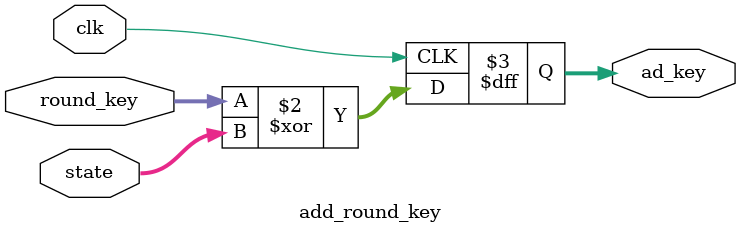
<source format=v>
`timescale 1ns / 1ps
module add_round_key(clk,state,round_key,ad_key);

input		  clk;
input [0:127] state;
input [0:127] round_key;

output reg [0:127] ad_key;

always @(posedge clk)
 begin
 	ad_key = round_key ^ state;
 end

endmodule
</source>
